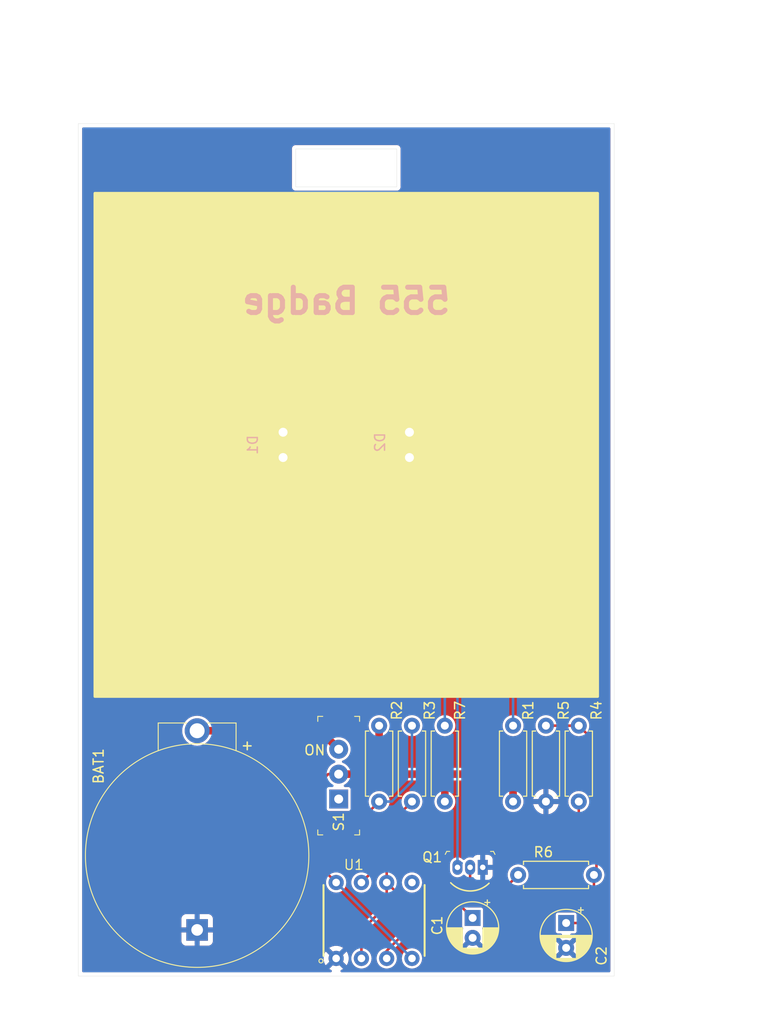
<source format=kicad_pcb>
(kicad_pcb (version 20221018) (generator pcbnew)
  (title_block (title "555 Badge") (date "2024-01-27") (rev "v01") (comment 3 "License: CC by 4.0") (comment 4 "Author: Eduardo Garza"))
  (layers (0 "F.Cu" signal) (31 "B.Cu" signal) (34 "B.Paste" user) (35 "F.Paste" user) (36 "B.SilkS" user "B.Silkscreen") (37 "F.SilkS" user "F.Silkscreen") (38 "B.Mask" user) (39 "F.Mask" user) (44 "Edge.Cuts" user))
  (net 0 "")
  (net 1 "GND")
  (net 2 "Net-(BAT1-PadPos)")
  (net 3 "Net-(U1-THRESH)")
  (net 4 "Net-(C2-Pad1)")
  (net 5 "Net-(D1-K)")
  (net 6 "Net-(D1-A)")
  (net 7 "Net-(D2-A)")
  (net 8 "Net-(Q1-B)")
  (net 9 "VCC")
  (net 10 "Net-(U1-DIS)")
  (net 11 "Net-(U1-OUT)")
  (footprint "Resistor_THT:R_Axial_DIN0207_L6.3mm_D2.5mm_P7.62mm_Horizontal" (layer "F.Cu") (at 163.83 109.474 90)
    (fp_text reference "R7" (at 9.144 1.524 90) (layer "F.SilkS"))
    (fp_text value "100")
    (fp_line (start 0.54 -1.37) (end 7.08 -1.37) (stroke (width 0.12)) (layer "F.SilkS"))
    (fp_line (start 0.54 -1.04) (end 0.54 -1.37) (stroke (width 0.12)) (layer "F.SilkS"))
    (fp_line (start 0.54 1.04) (end 0.54 1.37) (stroke (width 0.12)) (layer "F.SilkS"))
    (fp_line (start 0.54 1.37) (end 7.08 1.37) (stroke (width 0.12)) (layer "F.SilkS"))
    (fp_line (start 7.08 -1.37) (end 7.08 -1.04) (stroke (width 0.12)) (layer "F.SilkS"))
    (fp_line (start 7.08 1.37) (end 7.08 1.04) (stroke (width 0.12)) (layer "F.SilkS"))
    (pad "1" thru_hole circle (at 0 0 90) (size 1.6 1.6) (drill 0.8) (layers "*.Cu" "*.Mask") (net 9 "VCC"))
    (pad "2" thru_hole oval (at 7.62 0 90) (size 1.6 1.6) (drill 0.8) (layers "*.Cu" "*.Mask") (net 6 "Net-(D1-A)"))
  )
  (footprint "digikey-footprints:Switch_Slide_11.6x4mm_EG1218" (layer "F.Cu") (at 153.162 109.22 90)
    (fp_text reference "S1" (at -2.286 0 90) (layer "F.SilkS"))
    (fp_text value "EG1218")
    (fp_line (start -3.6 -2.1) (end -3.6 -1.6) (stroke (width 0.1)) (layer "F.SilkS"))
    (fp_line (start -3.6 -2.1) (end -3.1 -2.1) (stroke (width 0.1)) (layer "F.SilkS"))
    (fp_line (start -3.6 2.1) (end -3.6 1.6) (stroke (width 0.1)) (layer "F.SilkS"))
    (fp_line (start -3.6 2.1) (end -3.1 2.1) (stroke (width 0.1)) (layer "F.SilkS"))
    (fp_line (start 8.3 -2.1) (end 7.8 -2.1) (stroke (width 0.1)) (layer "F.SilkS"))
    (fp_line (start 8.3 -2.1) (end 8.3 -1.6) (stroke (width 0.1)) (layer "F.SilkS"))
    (fp_line (start 8.3 2.1) (end 7.8 2.1) (stroke (width 0.1)) (layer "F.SilkS"))
    (fp_line (start 8.3 2.1) (end 8.3 1.6) (stroke (width 0.1)) (layer "F.SilkS"))
    (pad "1" thru_hole rect (at 0 0 90) (size 1.9 1.9) (drill 0.9) (layers "*.Cu" "*.Mask"))
    (pad "2" thru_hole circle (at 2.5 0 90) (size 1.9 1.9) (drill 0.9) (layers "*.Cu" "*.Mask") (net 9 "VCC"))
    (pad "3" thru_hole circle (at 5 0 90) (size 1.9 1.9) (drill 0.9) (layers "*.Cu" "*.Mask") (net 2 "Net-(BAT1-PadPos)"))
  )
  (footprint "Capacitor_THT:CP_Radial_D5.0mm_P2.00mm" (layer "F.Cu") (at 166.624 121.158 -90)
    (fp_text reference "C1" (at 0.762 3.556 90) (layer "F.SilkS"))
    (fp_text value "10uF")
    (fp_line (start -1.804775 -1.475) (end -1.304775 -1.475) (stroke (width 0.12)) (layer "F.SilkS"))
    (fp_line (start -1.554775 -1.725) (end -1.554775 -1.225) (stroke (width 0.12)) (layer "F.SilkS"))
    (fp_line (start 1 -2.58) (end 1 -1.04) (stroke (width 0.12)) (layer "F.SilkS"))
    (fp_line (start 1 1.04) (end 1 2.58) (stroke (width 0.12)) (layer "F.SilkS"))
    (fp_line (start 1.04 -2.58) (end 1.04 -1.04) (stroke (width 0.12)) (layer "F.SilkS"))
    (fp_line (start 1.04 1.04) (end 1.04 2.58) (stroke (width 0.12)) (layer "F.SilkS"))
    (fp_line (start 1.08 -2.579) (end 1.08 -1.04) (stroke (width 0.12)) (layer "F.SilkS"))
    (fp_line (start 1.08 1.04) (end 1.08 2.579) (stroke (width 0.12)) (layer "F.SilkS"))
    (fp_line (start 1.12 -2.578) (end 1.12 -1.04) (stroke (width 0.12)) (layer "F.SilkS"))
    (fp_line (start 1.12 1.04) (end 1.12 2.578) (stroke (width 0.12)) (layer "F.SilkS"))
    (fp_line (start 1.16 -2.576) (end 1.16 -1.04) (stroke (width 0.12)) (layer "F.SilkS"))
    (fp_line (start 1.16 1.04) (end 1.16 2.576) (stroke (width 0.12)) (layer "F.SilkS"))
    (fp_line (start 1.2 -2.573) (end 1.2 -1.04) (stroke (width 0.12)) (layer "F.SilkS"))
    (fp_line (start 1.2 1.04) (end 1.2 2.573) (stroke (width 0.12)) (layer "F.SilkS"))
    (fp_line (start 1.24 -2.569) (end 1.24 -1.04) (stroke (width 0.12)) (layer "F.SilkS"))
    (fp_line (start 1.24 1.04) (end 1.24 2.569) (stroke (width 0.12)) (layer "F.SilkS"))
    (fp_line (start 1.28 -2.565) (end 1.28 -1.04) (stroke (width 0.12)) (layer "F.SilkS"))
    (fp_line (start 1.28 1.04) (end 1.28 2.565) (stroke (width 0.12)) (layer "F.SilkS"))
    (fp_line (start 1.32 -2.561) (end 1.32 -1.04) (stroke (width 0.12)) (layer "F.SilkS"))
    (fp_line (start 1.32 1.04) (end 1.32 2.561) (stroke (width 0.12)) (layer "F.SilkS"))
    (fp_line (start 1.36 -2.556) (end 1.36 -1.04) (stroke (width 0.12)) (layer "F.SilkS"))
    (fp_line (start 1.36 1.04) (end 1.36 2.556) (stroke (width 0.12)) (layer "F.SilkS"))
    (fp_line (start 1.4 -2.55) (end 1.4 -1.04) (stroke (width 0.12)) (layer "F.SilkS"))
    (fp_line (start 1.4 1.04) (end 1.4 2.55) (stroke (width 0.12)) (layer "F.SilkS"))
    (fp_line (start 1.44 -2.543) (end 1.44 -1.04) (stroke (width 0.12)) (layer "F.SilkS"))
    (fp_line (start 1.44 1.04) (end 1.44 2.543) (stroke (width 0.12)) (layer "F.SilkS"))
    (fp_line (start 1.48 -2.536) (end 1.48 -1.04) (stroke (width 0.12)) (layer "F.SilkS"))
    (fp_line (start 1.48 1.04) (end 1.48 2.536) (stroke (width 0.12)) (layer "F.SilkS"))
    (fp_line (start 1.52 -2.528) (end 1.52 -1.04) (stroke (width 0.12)) (layer "F.SilkS"))
    (fp_line (start 1.52 1.04) (end 1.52 2.528) (stroke (width 0.12)) (layer "F.SilkS"))
    (fp_line (start 1.56 -2.52) (end 1.56 -1.04) (stroke (width 0.12)) (layer "F.SilkS"))
    (fp_line (start 1.56 1.04) (end 1.56 2.52) (stroke (width 0.12)) (layer "F.SilkS"))
    (fp_line (start 1.6 -2.511) (end 1.6 -1.04) (stroke (width 0.12)) (layer "F.SilkS"))
    (fp_line (start 1.6 1.04) (end 1.6 2.511) (stroke (width 0.12)) (layer "F.SilkS"))
    (fp_line (start 1.64 -2.501) (end 1.64 -1.04) (stroke (width 0.12)) (layer "F.SilkS"))
    (fp_line (start 1.64 1.04) (end 1.64 2.501) (stroke (width 0.12)) (layer "F.SilkS"))
    (fp_line (start 1.68 -2.491) (end 1.68 -1.04) (stroke (width 0.12)) (layer "F.SilkS"))
    (fp_line (start 1.68 1.04) (end 1.68 2.491) (stroke (width 0.12)) (layer "F.SilkS"))
    (fp_line (start 1.721 -2.48) (end 1.721 -1.04) (stroke (width 0.12)) (layer "F.SilkS"))
    (fp_line (start 1.721 1.04) (end 1.721 2.48) (stroke (width 0.12)) (layer "F.SilkS"))
    (fp_line (start 1.761 -2.468) (end 1.761 -1.04) (stroke (width 0.12)) (layer "F.SilkS"))
    (fp_line (start 1.761 1.04) (end 1.761 2.468) (stroke (width 0.12)) (layer "F.SilkS"))
    (fp_line (start 1.801 -2.455) (end 1.801 -1.04) (stroke (width 0.12)) (layer "F.SilkS"))
    (fp_line (start 1.801 1.04) (end 1.801 2.455) (stroke (width 0.12)) (layer "F.SilkS"))
    (fp_line (start 1.841 -2.442) (end 1.841 -1.04) (stroke (width 0.12)) (layer "F.SilkS"))
    (fp_line (start 1.841 1.04) (end 1.841 2.442) (stroke (width 0.12)) (layer "F.SilkS"))
    (fp_line (start 1.881 -2.428) (end 1.881 -1.04) (stroke (width 0.12)) (layer "F.SilkS"))
    (fp_line (start 1.881 1.04) (end 1.881 2.428) (stroke (width 0.12)) (layer "F.SilkS"))
    (fp_line (start 1.921 -2.414) (end 1.921 -1.04) (stroke (width 0.12)) (layer "F.SilkS"))
    (fp_line (start 1.921 1.04) (end 1.921 2.414) (stroke (width 0.12)) (layer "F.SilkS"))
    (fp_line (start 1.961 -2.398) (end 1.961 -1.04) (stroke (width 0.12)) (layer "F.SilkS"))
    (fp_line (start 1.961 1.04) (end 1.961 2.398) (stroke (width 0.12)) (layer "F.SilkS"))
    (fp_line (start 2.001 -2.382) (end 2.001 -1.04) (stroke (width 0.12)) (layer "F.SilkS"))
    (fp_line (start 2.001 1.04) (end 2.001 2.382) (stroke (width 0.12)) (layer "F.SilkS"))
    (fp_line (start 2.041 -2.365) (end 2.041 -1.04) (stroke (width 0.12)) (layer "F.SilkS"))
    (fp_line (start 2.041 1.04) (end 2.041 2.365) (stroke (width 0.12)) (layer "F.SilkS"))
    (fp_line (start 2.081 -2.348) (end 2.081 -1.04) (stroke (width 0.12)) (layer "F.SilkS"))
    (fp_line (start 2.081 1.04) (end 2.081 2.348) (stroke (width 0.12)) (layer "F.SilkS"))
    (fp_line (start 2.121 -2.329) (end 2.121 -1.04) (stroke (width 0.12)) (layer "F.SilkS"))
    (fp_line (start 2.121 1.04) (end 2.121 2.329) (stroke (width 0.12)) (layer "F.SilkS"))
    (fp_line (start 2.161 -2.31) (end 2.161 -1.04) (stroke (width 0.12)) (layer "F.SilkS"))
    (fp_line (start 2.161 1.04) (end 2.161 2.31) (stroke (width 0.12)) (layer "F.SilkS"))
    (fp_line (start 2.201 -2.29) (end 2.201 -1.04) (stroke (width 0.12)) (layer "F.SilkS"))
    (fp_line (start 2.201 1.04) (end 2.201 2.29) (stroke (width 0.12)) (layer "F.SilkS"))
    (fp_line (start 2.241 -2.268) (end 2.241 -1.04) (stroke (width 0.12)) (layer "F.SilkS"))
    (fp_line (start 2.241 1.04) (end 2.241 2.268) (stroke (width 0.12)) (layer "F.SilkS"))
    (fp_line (start 2.281 -2.247) (end 2.281 -1.04) (stroke (width 0.12)) (layer "F.SilkS"))
    (fp_line (start 2.281 1.04) (end 2.281 2.247) (stroke (width 0.12)) (layer "F.SilkS"))
    (fp_line (start 2.321 -2.224) (end 2.321 -1.04) (stroke (width 0.12)) (layer "F.SilkS"))
    (fp_line (start 2.321 1.04) (end 2.321 2.224) (stroke (width 0.12)) (layer "F.SilkS"))
    (fp_line (start 2.361 -2.2) (end 2.361 -1.04) (stroke (width 0.12)) (layer "F.SilkS"))
    (fp_line (start 2.361 1.04) (end 2.361 2.2) (stroke (width 0.12)) (layer "F.SilkS"))
    (fp_line (start 2.401 -2.175) (end 2.401 -1.04) (stroke (width 0.12)) (layer "F.SilkS"))
    (fp_line (start 2.401 1.04) (end 2.401 2.175) (stroke (width 0.12)) (layer "F.SilkS"))
    (fp_line (start 2.441 -2.149) (end 2.441 -1.04) (stroke (width 0.12)) (layer "F.SilkS"))
    (fp_line (start 2.441 1.04) (end 2.441 2.149) (stroke (width 0.12)) (layer "F.SilkS"))
    (fp_line (start 2.481 -2.122) (end 2.481 -1.04) (stroke (width 0.12)) (layer "F.SilkS"))
    (fp_line (start 2.481 1.04) (end 2.481 2.122) (stroke (width 0.12)) (layer "F.SilkS"))
    (fp_line (start 2.521 -2.095) (end 2.521 -1.04) (stroke (width 0.12)) (layer "F.SilkS"))
    (fp_line (start 2.521 1.04) (end 2.521 2.095) (stroke (width 0.12)) (layer "F.SilkS"))
    (fp_line (start 2.561 -2.065) (end 2.561 -1.04) (stroke (width 0.12)) (layer "F.SilkS"))
    (fp_line (start 2.561 1.04) (end 2.561 2.065) (stroke (width 0.12)) (layer "F.SilkS"))
    (fp_line (start 2.601 -2.035) (end 2.601 -1.04) (stroke (width 0.12)) (layer "F.SilkS"))
    (fp_line (start 2.601 1.04) (end 2.601 2.035) (stroke (width 0.12)) (layer "F.SilkS"))
    (fp_line (start 2.641 -2.004) (end 2.641 -1.04) (stroke (width 0.12)) (layer "F.SilkS"))
    (fp_line (start 2.641 1.04) (end 2.641 2.004) (stroke (width 0.12)) (layer "F.SilkS"))
    (fp_line (start 2.681 -1.971) (end 2.681 -1.04) (stroke (width 0.12)) (layer "F.SilkS"))
    (fp_line (start 2.681 1.04) (end 2.681 1.971) (stroke (width 0.12)) (layer "F.SilkS"))
    (fp_line (start 2.721 -1.937) (end 2.721 -1.04) (stroke (width 0.12)) (layer "F.SilkS"))
    (fp_line (start 2.721 1.04) (end 2.721 1.937) (stroke (width 0.12)) (layer "F.SilkS"))
    (fp_line (start 2.761 -1.901) (end 2.761 -1.04) (stroke (width 0.12)) (layer "F.SilkS"))
    (fp_line (start 2.761 1.04) (end 2.761 1.901) (stroke (width 0.12)) (layer "F.SilkS"))
    (fp_line (start 2.801 -1.864) (end 2.801 -1.04) (stroke (width 0.12)) (layer "F.SilkS"))
    (fp_line (start 2.801 1.04) (end 2.801 1.864) (stroke (width 0.12)) (layer "F.SilkS"))
    (fp_line (start 2.841 -1.826) (end 2.841 -1.04) (stroke (width 0.12)) (layer "F.SilkS"))
    (fp_line (start 2.841 1.04) (end 2.841 1.826) (stroke (width 0.12)) (layer "F.SilkS"))
    (fp_line (start 2.881 -1.785) (end 2.881 -1.04) (stroke (width 0.12)) (layer "F.SilkS"))
    (fp_line (start 2.881 1.04) (end 2.881 1.785) (stroke (width 0.12)) (layer "F.SilkS"))
    (fp_line (start 2.921 -1.743) (end 2.921 -1.04) (stroke (width 0.12)) (layer "F.SilkS"))
    (fp_line (start 2.921 1.04) (end 2.921 1.743) (stroke (width 0.12)) (layer "F.SilkS"))
    (fp_line (start 2.961 -1.699) (end 2.961 -1.04) (stroke (width 0.12)) (layer "F.SilkS"))
    (fp_line (start 2.961 1.04) (end 2.961 1.699) (stroke (width 0.12)) (layer "F.SilkS"))
    (fp_line (start 3.001 -1.653) (end 3.001 -1.04) (stroke (width 0.12)) (layer "F.SilkS"))
    (fp_line (start 3.001 1.04) (end 3.001 1.653) (stroke (width 0.12)) (layer "F.SilkS"))
    (fp_line (start 3.041 -1.605) (end 3.041 1.605) (stroke (width 0.12)) (layer "F.SilkS"))
    (fp_line (start 3.081 -1.554) (end 3.081 1.554) (stroke (width 0.12)) (layer "F.SilkS"))
    (fp_line (start 3.121 -1.5) (end 3.121 1.5) (stroke (width 0.12)) (layer "F.SilkS"))
    (fp_line (start 3.161 -1.443) (end 3.161 1.443) (stroke (width 0.12)) (layer "F.SilkS"))
    (fp_line (start 3.201 -1.383) (end 3.201 1.383) (stroke (width 0.12)) (layer "F.SilkS"))
    (fp_line (start 3.241 -1.319) (end 3.241 1.319) (stroke (width 0.12)) (layer "F.SilkS"))
    (fp_line (start 3.281 -1.251) (end 3.281 1.251) (stroke (width 0.12)) (layer "F.SilkS"))
    (fp_line (start 3.321 -1.178) (end 3.321 1.178) (stroke (width 0.12)) (layer "F.SilkS"))
    (fp_line (start 3.361 -1.098) (end 3.361 1.098) (stroke (width 0.12)) (layer "F.SilkS"))
    (fp_line (start 3.401 -1.011) (end 3.401 1.011) (stroke (width 0.12)) (layer "F.SilkS"))
    (fp_line (start 3.441 -0.915) (end 3.441 0.915) (stroke (width 0.12)) (layer "F.SilkS"))
    (fp_line (start 3.481 -0.805) (end 3.481 0.805) (stroke (width 0.12)) (layer "F.SilkS"))
    (fp_line (start 3.521 -0.677) (end 3.521 0.677) (stroke (width 0.12)) (layer "F.SilkS"))
    (fp_line (start 3.561 -0.518) (end 3.561 0.518) (stroke (width 0.12)) (layer "F.SilkS"))
    (fp_line (start 3.601 -0.284) (end 3.601 0.284) (stroke (width 0.12)) (layer "F.SilkS"))
    (fp_circle (center 1 0) (end 3.62 0) (stroke (width 0.12)) (fill none) (layer "F.SilkS"))
    (pad "1" thru_hole rect (at 0 0 270) (size 1.6 1.6) (drill 0.8) (layers "*.Cu" "*.Mask") (net 3 "Net-(U1-THRESH)"))
    (pad "2" thru_hole circle (at 2 0 270) (size 1.6 1.6) (drill 0.8) (layers "*.Cu" "*.Mask") (net 1 "GND"))
  )
  (footprint "digikey-footprints:Battery_Holder_Coin_2032_BS-7" (layer "F.Cu") (at 138.938 122.362 90)
    (fp_text reference "BAT1" (at 16.444 -9.906 90) (layer "F.SilkS"))
    (fp_text value "BS-7")
    (fp_line (start 18.034 -3.9116) (end 20.7772 -3.9116) (stroke (width 0.1)) (layer "F.SilkS"))
    (fp_line (start 18.034 3.9116) (end 20.7772 3.9116) (stroke (width 0.1)) (layer "F.SilkS"))
    (fp_line (start 20.7772 -3.9116) (end 20.7772 -1.0668) (stroke (width 0.1)) (layer "F.SilkS"))
    (fp_line (start 20.7772 3.9116) (end 20.7772 1.0668) (stroke (width 0.1)) (layer "F.SilkS"))
    (fp_circle (center 7.4676 0) (end -3.7592 0) (stroke (width 0.1)) (fill none) (layer "F.SilkS"))
    (pad "Neg" thru_hole rect (at 0 0 90) (size 2.17 2.17) (drill 1.17) (layers "*.Cu" "*.Mask") (net 1 "GND"))
    (pad "Pos" thru_hole circle (at 20 0 90) (size 2.5 2.5) (drill 1.5) (layers "*.Cu" "*.Mask") (net 2 "Net-(BAT1-PadPos)"))
  )
  (footprint "Resistor_THT:R_Axial_DIN0207_L6.3mm_D2.5mm_P7.62mm_Horizontal" (layer "F.Cu") (at 170.688 109.474 90)
    (fp_text reference "R1" (at 9.144 1.524 90) (layer "F.SilkS"))
    (fp_text value "100")
    (fp_line (start 0.54 -1.37) (end 7.08 -1.37) (stroke (width 0.12)) (layer "F.SilkS"))
    (fp_line (start 0.54 -1.04) (end 0.54 -1.37) (stroke (width 0.12)) (layer "F.SilkS"))
    (fp_line (start 0.54 1.04) (end 0.54 1.37) (stroke (width 0.12)) (layer "F.SilkS"))
    (fp_line (start 0.54 1.37) (end 7.08 1.37) (stroke (width 0.12)) (layer "F.SilkS"))
    (fp_line (start 7.08 -1.37) (end 7.08 -1.04) (stroke (width 0.12)) (layer "F.SilkS"))
    (fp_line (start 7.08 1.37) (end 7.08 1.04) (stroke (width 0.12)) (layer "F.SilkS"))
    (pad "1" thru_hole circle (at 0 0 90) (size 1.6 1.6) (drill 0.8) (layers "*.Cu" "*.Mask") (net 9 "VCC"))
    (pad "2" thru_hole oval (at 7.62 0 90) (size 1.6 1.6) (drill 0.8) (layers "*.Cu" "*.Mask") (net 7 "Net-(D2-A)"))
  )
  (footprint "LED_THT:LED_D3.0mm" (layer "F.Cu") (at 147.574 74.93 90)
    (fp_text reference "D1" (at 1.27 -3.048 90) (layer "B.SilkS") (effects (justify mirror)))
    (fp_text value "RED")
    (fp_line (start -0.29 -1.236) (end -0.29 -1.08) (stroke (width 0.12)) (layer "F.SilkS"))
    (fp_line (start -0.29 1.08) (end -0.29 1.236) (stroke (width 0.12)) (layer "F.SilkS"))
    (fp_arc (start -0.29 -1.235516) (mid 1.366487 -1.987659) (end 2.942335 -1.078608) (stroke (width 0.12)) (layer "F.SilkS"))
    (fp_arc (start 0.229039 -1.08) (mid 1.270117 -1.5) (end 2.31113 -1.079837) (stroke (width 0.12)) (layer "F.SilkS"))
    (fp_arc (start 2.31113 1.079837) (mid 1.270117 1.5) (end 0.229039 1.08) (stroke (width 0.12)) (layer "F.SilkS"))
    (fp_arc (start 2.942335 1.078608) (mid 1.366487 1.987659) (end -0.29 1.235516) (stroke (width 0.12)) (layer "F.SilkS"))
    (pad "1" thru_hole rect (at 0 0 90) (size 1.8 1.8) (drill 0.9) (layers "*.Cu" "*.Mask") (net 5 "Net-(D1-K)"))
    (pad "2" thru_hole circle (at 2.54 0 90) (size 1.8 1.8) (drill 0.9) (layers "*.Cu" "*.Mask") (net 6 "Net-(D1-A)"))
  )
  (footprint "digikey-footprints:TO-92-3" (layer "F.Cu") (at 167.64 116.078 180)
    (fp_text reference "Q1" (at 5.08 1.016 180) (layer "F.SilkS"))
    (fp_text value "2N3904")
    (fp_line (start -1.08 1.6) (end -1.23 1.3) (stroke (width 0.1)) (layer "F.SilkS"))
    (fp_line (start -0.78 1.6) (end -1.08 1.6) (stroke (width 0.1)) (layer "F.SilkS"))
    (fp_line (start 3.62 1.6) (end 3.32 1.6) (stroke (width 0.1)) (layer "F.SilkS"))
    (fp_line (start 3.62 1.6) (end 3.77 1.3) (stroke (width 0.1)) (layer "F.SilkS"))
    (fp_arc (start -0.63 -1.6) (mid 1.305355 -2.372361) (end 3.22 -1.55) (stroke (width 0.15)) (layer "F.SilkS"))
    (pad "1" thru_hole rect (at 0 0) (size 1 1.5) (drill 0.55) (layers "*.Cu" "*.Mask") (net 1 "GND"))
    (pad "2" thru_hole oval (at 1.27 0) (size 1 1.5) (drill 0.55) (layers "*.Cu" "*.Mask") (net 8 "Net-(Q1-B)"))
    (pad "3" thru_hole oval (at 2.54 0) (size 1 1.5) (drill 0.55) (layers "*.Cu" "*.Mask") (net 5 "Net-(D1-K)"))
  )
  (footprint "Resistor_THT:R_Axial_DIN0207_L6.3mm_D2.5mm_P7.62mm_Horizontal" (layer "F.Cu") (at 157.226 101.854 -90)
    (fp_text reference "R2" (at -1.524 -1.778 90) (layer "F.SilkS"))
    (fp_text value "22k")
    (fp_line (start 0.54 -1.37) (end 7.08 -1.37) (stroke (width 0.12)) (layer "F.SilkS"))
    (fp_line (start 0.54 -1.04) (end 0.54 -1.37) (stroke (width 0.12)) (layer "F.SilkS"))
    (fp_line (start 0.54 1.04) (end 0.54 1.37) (stroke (width 0.12)) (layer "F.SilkS"))
    (fp_line (start 0.54 1.37) (end 7.08 1.37) (stroke (width 0.12)) (layer "F.SilkS"))
    (fp_line (start 7.08 -1.37) (end 7.08 -1.04) (stroke (width 0.12)) (layer "F.SilkS"))
    (fp_line (start 7.08 1.37) (end 7.08 1.04) (stroke (width 0.12)) (layer "F.SilkS"))
    (pad "1" thru_hole circle (at 0 0 270) (size 1.6 1.6) (drill 0.8) (layers "*.Cu" "*.Mask") (net 9 "VCC"))
    (pad "2" thru_hole oval (at 7.62 0 270) (size 1.6 1.6) (drill 0.8) (layers "*.Cu" "*.Mask") (net 10 "Net-(U1-DIS)"))
  )
  (footprint "LED_THT:LED_D3.0mm" (layer "F.Cu") (at 160.274 74.93 90)
    (fp_text reference "D2" (at 1.524 -2.96 90) (layer "B.SilkS") (effects (justify mirror)))
    (fp_text value "RED")
    (fp_line (start -0.29 -1.236) (end -0.29 -1.08) (stroke (width 0.12)) (layer "F.SilkS"))
    (fp_line (start -0.29 1.08) (end -0.29 1.236) (stroke (width 0.12)) (layer "F.SilkS"))
    (fp_arc (start -0.29 -1.235516) (mid 1.366487 -1.987659) (end 2.942335 -1.078608) (stroke (width 0.12)) (layer "F.SilkS"))
    (fp_arc (start 0.229039 -1.08) (mid 1.270117 -1.5) (end 2.31113 -1.079837) (stroke (width 0.12)) (layer "F.SilkS"))
    (fp_arc (start 2.31113 1.079837) (mid 1.270117 1.5) (end 0.229039 1.08) (stroke (width 0.12)) (layer "F.SilkS"))
    (fp_arc (start 2.942335 1.078608) (mid 1.366487 1.987659) (end -0.29 1.235516) (stroke (width 0.12)) (layer "F.SilkS"))
    (pad "1" thru_hole rect (at 0 0 90) (size 1.8 1.8) (drill 0.9) (layers "*.Cu" "*.Mask") (net 5 "Net-(D1-K)"))
    (pad "2" thru_hole circle (at 2.54 0 90) (size 1.8 1.8) (drill 0.9) (layers "*.Cu" "*.Mask") (net 7 "Net-(D2-A)"))
  )
  (footprint "555 Badge:ICM7555IPAZ-PDIP" (layer "F.Cu") (at 156.718 121.412)
    (fp_text reference "U1" (at -2.032 -5.588 unlocked) (layer "F.SilkS") (effects (font (thickness 0.127))))
    (fp_text value "7555")
    (fp_line (start -5.08 3.556) (end -5.08 -3.556) (stroke (width 0.2032)) (layer "F.SilkS"))
    (fp_line (start 5.08 3.556) (end 5.08 -3.556) (stroke (width 0.2032)) (layer "F.SilkS"))
    (fp_circle (center -5.334 4.064) (end -5.1308 4.064) (stroke (width 0.1016)) (fill none) (layer "F.SilkS"))
    (pad "1" thru_hole circle (at -3.81 3.81) (size 1.524 1.524) (drill 0.762) (layers "*.Cu" "*.Mask") (net 1 "GND"))
    (pad "2" thru_hole circle (at -1.27 3.81) (size 1.524 1.524) (drill 0.762) (layers "*.Cu" "*.Mask") (net 3 "Net-(U1-THRESH)"))
    (pad "3" thru_hole circle (at 1.27 3.81) (size 1.524 1.524) (drill 0.762) (layers "*.Cu" "*.Mask") (net 11 "Net-(U1-OUT)"))
    (pad "4" thru_hole circle (at 3.81 3.81) (size 1.524 1.524) (drill 0.762) (layers "*.Cu" "*.Mask") (net 9 "VCC"))
    (pad "5" thru_hole circle (at 3.81 -3.81) (size 1.524 1.524) (drill 0.762) (layers "*.Cu" "*.Mask"))
    (pad "6" thru_hole circle (at 1.27 -3.81) (size 1.524 1.524) (drill 0.762) (layers "*.Cu" "*.Mask") (net 3 "Net-(U1-THRESH)"))
    (pad "7" thru_hole circle (at -1.27 -3.81) (size 1.524 1.524) (drill 0.762) (layers "*.Cu" "*.Mask") (net 10 "Net-(U1-DIS)"))
    (pad "8" thru_hole circle (at -3.81 -3.81) (size 1.524 1.524) (drill 0.762) (layers "*.Cu" "*.Mask") (net 9 "VCC"))
  )
  (footprint "Resistor_THT:R_Axial_DIN0207_L6.3mm_D2.5mm_P7.62mm_Horizontal" (layer "F.Cu") (at 178.816 116.84 180)
    (fp_text reference "R6" (at 5.08 2.286) (layer "F.SilkS"))
    (fp_text value "10k")
    (fp_line (start 0.54 -1.37) (end 7.08 -1.37) (stroke (width 0.12)) (layer "F.SilkS"))
    (fp_line (start 0.54 -1.04) (end 0.54 -1.37) (stroke (width 0.12)) (layer "F.SilkS"))
    (fp_line (start 0.54 1.04) (end 0.54 1.37) (stroke (width 0.12)) (layer "F.SilkS"))
    (fp_line (start 0.54 1.37) (end 7.08 1.37) (stroke (width 0.12)) (layer "F.SilkS"))
    (fp_line (start 7.08 -1.37) (end 7.08 -1.04) (stroke (width 0.12)) (layer "F.SilkS"))
    (fp_line (start 7.08 1.37) (end 7.08 1.04) (stroke (width 0.12)) (layer "F.SilkS"))
    (pad "1" thru_hole circle (at 0 0 180) (size 1.6 1.6) (drill 0.8) (layers "*.Cu" "*.Mask") (net 4 "Net-(C2-Pad1)"))
    (pad "2" thru_hole oval (at 7.62 0 180) (size 1.6 1.6) (drill 0.8) (layers "*.Cu" "*.Mask") (net 8 "Net-(Q1-B)"))
  )
  (footprint "Resistor_THT:R_Axial_DIN0207_L6.3mm_D2.5mm_P7.62mm_Horizontal" (layer "F.Cu") (at 160.528 101.854 -90)
    (fp_text reference "R3" (at -1.524 -1.778 90) (layer "F.SilkS"))
    (fp_text value "330k")
    (fp_line (start 0.54 -1.37) (end 7.08 -1.37) (stroke (width 0.12)) (layer "F.SilkS"))
    (fp_line (start 0.54 -1.04) (end 0.54 -1.37) (stroke (width 0.12)) (layer "F.SilkS"))
    (fp_line (start 0.54 1.04) (end 0.54 1.37) (stroke (width 0.12)) (layer "F.SilkS"))
    (fp_line (start 0.54 1.37) (end 7.08 1.37) (stroke (width 0.12)) (layer "F.SilkS"))
    (fp_line (start 7.08 -1.37) (end 7.08 -1.04) (stroke (width 0.12)) (layer "F.SilkS"))
    (fp_line (start 7.08 1.37) (end 7.08 1.04) (stroke (width 0.12)) (layer "F.SilkS"))
    (pad "1" thru_hole circle (at 0 0 270) (size 1.6 1.6) (drill 0.8) (layers "*.Cu" "*.Mask") (net 10 "Net-(U1-DIS)"))
    (pad "2" thru_hole oval (at 7.62 0 270) (size 1.6 1.6) (drill 0.8) (layers "*.Cu" "*.Mask") (net 3 "Net-(U1-THRESH)"))
  )
  (footprint "Resistor_THT:R_Axial_DIN0207_L6.3mm_D2.5mm_P7.62mm_Horizontal" (layer "F.Cu") (at 173.99 101.854 -90)
    (fp_text reference "R5" (at -1.524 -1.778 90) (layer "F.SilkS"))
    (fp_text value "100k")
    (fp_line (start 0.54 -1.37) (end 7.08 -1.37) (stroke (width 0.12)) (layer "F.SilkS"))
    (fp_line (start 0.54 -1.04) (end 0.54 -1.37) (stroke (width 0.12)) (layer "F.SilkS"))
    (fp_line (start 0.54 1.04) (end 0.54 1.37) (stroke (width 0.12)) (layer "F.SilkS"))
    (fp_line (start 0.54 1.37) (end 7.08 1.37) (stroke (width 0.12)) (layer "F.SilkS"))
    (fp_line (start 7.08 -1.37) (end 7.08 -1.04) (stroke (width 0.12)) (layer "F.SilkS"))
    (fp_line (start 7.08 1.37) (end 7.08 1.04) (stroke (width 0.12)) (layer "F.SilkS"))
    (pad "1" thru_hole circle (at 0 0 270) (size 1.6 1.6) (drill 0.8) (layers "*.Cu" "*.Mask") (net 4 "Net-(C2-Pad1)"))
    (pad "2" thru_hole oval (at 7.62 0 270) (size 1.6 1.6) (drill 0.8) (layers "*.Cu" "*.Mask") (net 1 "GND"))
  )
  (footprint "Capacitor_THT:CP_Radial_D5.0mm_P2.50mm" (layer "F.Cu") (at 176.022 121.666 -90)
    (fp_text reference "C2" (at 3.302 -3.556 90) (layer "F.SilkS"))
    (fp_text value "100uF")
    (fp_line (start -1.554775 -1.475) (end -1.054775 -1.475) (stroke (width 0.12)) (layer "F.SilkS"))
    (fp_line (start -1.304775 -1.725) (end -1.304775 -1.225) (stroke (width 0.12)) (layer "F.SilkS"))
    (fp_line (start 1.25 -2.58) (end 1.25 2.58) (stroke (width 0.12)) (layer "F.SilkS"))
    (fp_line (start 1.29 -2.58) (end 1.29 2.58) (stroke (width 0.12)) (layer "F.SilkS"))
    (fp_line (start 1.33 -2.579) (end 1.33 2.579) (stroke (width 0.12)) (layer "F.SilkS"))
    (fp_line (start 1.37 -2.578) (end 1.37 2.578) (stroke (width 0.12)) (layer "F.SilkS"))
    (fp_line (start 1.41 -2.576) (end 1.41 2.576) (stroke (width 0.12)) (layer "F.SilkS"))
    (fp_line (start 1.45 -2.573) (end 1.45 2.573) (stroke (width 0.12)) (layer "F.SilkS"))
    (fp_line (start 1.49 -2.569) (end 1.49 -1.04) (stroke (width 0.12)) (layer "F.SilkS"))
    (fp_line (start 1.49 1.04) (end 1.49 2.569) (stroke (width 0.12)) (layer "F.SilkS"))
    (fp_line (start 1.53 -2.565) (end 1.53 -1.04) (stroke (width 0.12)) (layer "F.SilkS"))
    (fp_line (start 1.53 1.04) (end 1.53 2.565) (stroke (width 0.12)) (layer "F.SilkS"))
    (fp_line (start 1.57 -2.561) (end 1.57 -1.04) (stroke (width 0.12)) (layer "F.SilkS"))
    (fp_line (start 1.57 1.04) (end 1.57 2.561) (stroke (width 0.12)) (layer "F.SilkS"))
    (fp_line (start 1.61 -2.556) (end 1.61 -1.04) (stroke (width 0.12)) (layer "F.SilkS"))
    (fp_line (start 1.61 1.04) (end 1.61 2.556) (stroke (width 0.12)) (layer "F.SilkS"))
    (fp_line (start 1.65 -2.55) (end 1.65 -1.04) (stroke (width 0.12)) (layer "F.SilkS"))
    (fp_line (start 1.65 1.04) (end 1.65 2.55) (stroke (width 0.12)) (layer "F.SilkS"))
    (fp_line (start 1.69 -2.543) (end 1.69 -1.04) (stroke (width 0.12)) (layer "F.SilkS"))
    (fp_line (start 1.69 1.04) (end 1.69 2.543) (stroke (width 0.12)) (layer "F.SilkS"))
    (fp_line (start 1.73 -2.536) (end 1.73 -1.04) (stroke (width 0.12)) (layer "F.SilkS"))
    (fp_line (start 1.73 1.04) (end 1.73 2.536) (stroke (width 0.12)) (layer "F.SilkS"))
    (fp_line (start 1.77 -2.528) (end 1.77 -1.04) (stroke (width 0.12)) (layer "F.SilkS"))
    (fp_line (start 1.77 1.04) (end 1.77 2.528) (stroke (width 0.12)) (layer "F.SilkS"))
    (fp_line (start 1.81 -2.52) (end 1.81 -1.04) (stroke (width 0.12)) (layer "F.SilkS"))
    (fp_line (start 1.81 1.04) (end 1.81 2.52) (stroke (width 0.12)) (layer "F.SilkS"))
    (fp_line (start 1.85 -2.511) (end 1.85 -1.04) (stroke (width 0.12)) (layer "F.SilkS"))
    (fp_line (start 1.85 1.04) (end 1.85 2.511) (stroke (width 0.12)) (layer "F.SilkS"))
    (fp_line (start 1.89 -2.501) (end 1.89 -1.04) (stroke (width 0.12)) (layer "F.SilkS"))
    (fp_line (start 1.89 1.04) (end 1.89 2.501) (stroke (width 0.12)) (layer "F.SilkS"))
    (fp_line (start 1.93 -2.491) (end 1.93 -1.04) (stroke (width 0.12)) (layer "F.SilkS"))
    (fp_line (start 1.93 1.04) (end 1.93 2.491) (stroke (width 0.12)) (layer "F.SilkS"))
    (fp_line (start 1.971 -2.48) (end 1.971 -1.04) (stroke (width 0.12)) (layer "F.SilkS"))
    (fp_line (start 1.971 1.04) (end 1.971 2.48) (stroke (width 0.12)) (layer "F.SilkS"))
    (fp_line (start 2.011 -2.468) (end 2.011 -1.04) (stroke (width 0.12)) (layer "F.SilkS"))
    (fp_line (start 2.011 1.04) (end 2.011 2.468) (stroke (width 0.12)) (layer "F.SilkS"))
    (fp_line (start 2.051 -2.455) (end 2.051 -1.04) (stroke (width 0.12)) (layer "F.SilkS"))
    (fp_line (start 2.051 1.04) (end 2.051 2.455) (stroke (width 0.12)) (layer "F.SilkS"))
    (fp_line (start 2.091 -2.442) (end 2.091 -1.04) (stroke (width 0.12)) (layer "F.SilkS"))
    (fp_line (start 2.091 1.04) (end 2.091 2.442) (stroke (width 0.12)) (layer "F.SilkS"))
    (fp_line (start 2.131 -2.428) (end 2.131 -1.04) (stroke (width 0.12)) (layer "F.SilkS"))
    (fp_line (start 2.131 1.04) (end 2.131 2.428) (stroke (width 0.12)) (layer "F.SilkS"))
    (fp_line (start 2.171 -2.414) (end 2.171 -1.04) (stroke (width 0.12)) (layer "F.SilkS"))
    (fp_line (start 2.171 1.04) (end 2.171 2.414) (stroke (width 0.12)) (layer "F.SilkS"))
    (fp_line (start 2.211 -2.398) (end 2.211 -1.04) (stroke (width 0.12)) (layer "F.SilkS"))
    (fp_line (start 2.211 1.04) (end 2.211 2.398) (stroke (width 0.12)) (layer "F.SilkS"))
    (fp_line (start 2.251 -2.382) (end 2.251 -1.04) (stroke (width 0.12)) (layer "F.SilkS"))
    (fp_line (start 2.251 1.04) (end 2.251 2.382) (stroke (width 0.12)) (layer "F.SilkS"))
    (fp_line (start 2.291 -2.365) (end 2.291 -1.04) (stroke (width 0.12)) (layer "F.SilkS"))
    (fp_line (start 2.291 1.04) (end 2.291 2.365) (stroke (width 0.12)) (layer "F.SilkS"))
    (fp_line (start 2.331 -2.348) (end 2.331 -1.04) (stroke (width 0.12)) (layer "F.SilkS"))
    (fp_line (start 2.331 1.04) (end 2.331 2.348) (stroke (width 0.12)) (layer "F.SilkS"))
    (fp_line (start 2.371 -2.329) (end 2.371 -1.04) (stroke (width 0.12)) (layer "F.SilkS"))
    (fp_line (start 2.371 1.04) (end 2.371 2.329) (stroke (width 0.12)) (layer "F.SilkS"))
    (fp_line (start 2.411 -2.31) (end 2.411 -1.04) (stroke (width 0.12)) (layer "F.SilkS"))
    (fp_line (start 2.411 1.04) (end 2.411 2.31) (stroke (width 0.12)) (layer "F.SilkS"))
    (fp_line (start 2.451 -2.29) (end 2.451 -1.04) (stroke (width 0.12)) (layer "F.SilkS"))
    (fp_line (start 2.451 1.04) (end 2.451 2.29) (stroke (width 0.12)) (layer "F.SilkS"))
    (fp_line (start 2.491 -2.268) (end 2.491 -1.04) (stroke (width 0.12)) (layer "F.SilkS"))
    (fp_line (start 2.491 1.04) (end 2.491 2.268) (stroke (width 0.12)) (layer "F.SilkS"))
    (fp_line (start 2.531 -2.247) (end 2.531 -1.04) (stroke (width 0.12)) (layer "F.SilkS"))
    (fp_line (start 2.531 1.04) (end 2.531 2.247) (stroke (width 0.12)) (layer "F.SilkS"))
    (fp_line (start 2.571 -2.224) (end 2.571 -1.04) (stroke (width 0.12)) (layer "F.SilkS"))
    (fp_line (start 2.571 1.04) (end 2.571 2.224) (stroke (width 0.12)) (layer "F.SilkS"))
    (fp_line (start 2.611 -2.2) (end 2.611 -1.04) (stroke (width 0.12)) (layer "F.SilkS"))
    (fp_line (start 2.611 1.04) (end 2.611 2.2) (stroke (width 0.12)) (layer "F.SilkS"))
    (fp_line (start 2.651 -2.175) (end 2.651 -1.04) (stroke (width 0.12)) (layer "F.SilkS"))
    (fp_line (start 2.651 1.04) (end 2.651 2.175) (stroke (width 0.12)) (layer "F.SilkS"))
    (fp_line (start 2.691 -2.149) (end 2.691 -1.04) (stroke (width 0.12)) (layer "F.SilkS"))
    (fp_line (start 2.691 1.04) (end 2.691 2.149) (stroke (width 0.12)) (layer "F.SilkS"))
    (fp_line (start 2.731 -2.122) (end 2.731 -1.04) (stroke (width 0.12)) (layer "F.SilkS"))
    (fp_line (start 2.731 1.04) (end 2.731 2.122) (stroke (width 0.12)) (layer "F.SilkS"))
    (fp_line (start 2.771 -2.095) (end 2.771 -1.04) (stroke (width 0.12)) (layer "F.SilkS"))
    (fp_line (start 2.771 1.04) (end 2.771 2.095) (stroke (width 0.12)) (layer "F.SilkS"))
    (fp_line (start 2.811 -2.065) (end 2.811 -1.04) (stroke (width 0.12)) (layer "F.SilkS"))
    (fp_line (start 2.811 1.04) (end 2.811 2.065) (stroke (width 0.12)) (layer "F.SilkS"))
    (fp_line (start 2.851 -2.035) (end 2.851 -1.04) (stroke (width 0.12)) (layer "F.SilkS"))
    (fp_line (start 2.851 1.04) (end 2.851 2.035) (stroke (width 0.12)) (layer "F.SilkS"))
    (fp_line (start 2.891 -2.004) (end 2.891 -1.04) (stroke (width 0.12)) (layer "F.SilkS"))
    (fp_line (start 2.891 1.04) (end 2.891 2.004) (stroke (width 0.12)) (layer "F.SilkS"))
    (fp_line (start 2.931 -1.971) (end 2.931 -1.04) (stroke (width 0.12)) (layer "F.SilkS"))
    (fp_line (start 2.931 1.04) (end 2.931 1.971) (stroke (width 0.12)) (layer "F.SilkS"))
    (fp_line (start 2.971 -1.937) (end 2.971 -1.04) (stroke (width 0.12)) (layer "F.SilkS"))
    (fp_line (start 2.971 1.04) (end 2.971 1.937) (stroke (width 0.12)) (layer "F.SilkS"))
    (fp_line (start 3.011 -1.901) (end 3.011 -1.04) (stroke (width 0.12)) (layer "F.SilkS"))
    (fp_line (start 3.011 1.04) (end 3.011 1.901) (stroke (width 0.12)) (layer "F.SilkS"))
    (fp_line (start 3.051 -1.864) (end 3.051 -1.04) (stroke (width 0.12)) (layer "F.SilkS"))
    (fp_line (start 3.051 1.04) (end 3.051 1.864) (stroke (width 0.12)) (layer "F.SilkS"))
    (fp_line (start 3.091 -1.826) (end 3.091 -1.04) (stroke (width 0.12)) (layer "F.SilkS"))
    (fp_line (start 3.091 1.04) (end 3.091 1.826) (stroke (width 0.12)) (layer "F.SilkS"))
    (fp_line (start 3.131 -1.785) (end 3.131 -1.04) (stroke (width 0.12)) (layer "F.SilkS"))
    (fp_line (start 3.131 1.04) (end 3.131 1.785) (stroke (width 0.12)) (layer "F.SilkS"))
    (fp_line (start 3.171 -1.743) (end 3.171 -1.04) (stroke (width 0.12)) (layer "F.SilkS"))
    (fp_line (start 3.171 1.04) (end 3.171 1.743) (stroke (width 0.12)) (layer "F.SilkS"))
    (fp_line (start 3.211 -1.699) (end 3.211 -1.04) (stroke (width 0.12)) (layer "F.SilkS"))
    (fp_line (start 3.211 1.04) (end 3.211 1.699) (stroke (width 0.12)) (layer "F.SilkS"))
    (fp_line (start 3.251 -1.653) (end 3.251 -1.04) (stroke (width 0.12)) (layer "F.SilkS"))
    (fp_line (start 3.251 1.04) (end 3.251 1.653) (stroke (width 0.12)) (layer "F.SilkS"))
    (fp_line (start 3.291 -1.605) (end 3.291 -1.04) (stroke (width 0.12)) (layer "F.SilkS"))
    (fp_line (start 3.291 1.04) (end 3.291 1.605) (stroke (width 0.12)) (layer "F.SilkS"))
    (fp_line (start 3.331 -1.554) (end 3.331 -1.04) (stroke (width 0.12)) (layer "F.SilkS"))
    (fp_line (start 3.331 1.04) (end 3.331 1.554) (stroke (width 0.12)) (layer "F.SilkS"))
    (fp_line (start 3.371 -1.5) (end 3.371 -1.04) (stroke (width 0.12)) (layer "F.SilkS"))
    (fp_line (start 3.371 1.04) (end 3.371 1.5) (stroke (width 0.12)) (layer "F.SilkS"))
    (fp_line (start 3.411 -1.443) (end 3.411 -1.04) (stroke (width 0.12)) (layer "F.SilkS"))
    (fp_line (start 3.411 1.04) (end 3.411 1.443) (stroke (width 0.12)) (layer "F.SilkS"))
    (fp_line (start 3.451 -1.383) (end 3.451 -1.04) (stroke (width 0.12)) (layer "F.SilkS"))
    (fp_line (start 3.451 1.04) (end 3.451 1.383) (stroke (width 0.12)) (layer "F.SilkS"))
    (fp_line (start 3.491 -1.319) (end 3.491 -1.04) (stroke (width 0.12)) (layer "F.SilkS"))
    (fp_line (start 3.491 1.04) (end 3.491 1.319) (stroke (width 0.12)) (layer "F.SilkS"))
    (fp_line (start 3.531 -1.251) (end 3.531 -1.04) (stroke (width 0.12)) (layer "F.SilkS"))
    (fp_line (start 3.531 1.04) (end 3.531 1.251) (stroke (width 0.12)) (layer "F.SilkS"))
    (fp_line (start 3.571 -1.178) (end 3.571 1.178) (stroke (width 0.12)) (layer "F.SilkS"))
    (fp_line (start 3.611 -1.098) (end 3.611 1.098) (stroke (width 0.12)) (layer "F.SilkS"))
    (fp_line (start 3.651 -1.011) (end 3.651 1.011) (stroke (width 0.12)) (layer "F.SilkS"))
    (fp_line (start 3.691 -0.915) (end 3.691 0.915) (stroke (width 0.12)) (layer "F.SilkS"))
    (fp_line (start 3.731 -0.805) (end 3.731 0.805) (stroke (width 0.12)) (layer "F.SilkS"))
    (fp_line (start 3.771 -0.677) (end 3.771 0.677) (stroke (width 0.12)) (layer "F.SilkS"))
    (fp_line (start 3.811 -0.518) (end 3.811 0.518) (stroke (width 0.12)) (layer "F.SilkS"))
    (fp_line (start 3.851 -0.284) (end 3.851 0.284) (stroke (width 0.12)) (layer "F.SilkS"))
    (fp_circle (center 1.25 0) (end 3.87 0) (stroke (width 0.12)) (fill none) (layer "F.SilkS"))
    (pad "1" thru_hole rect (at 0 0 270) (size 1.6 1.6) (drill 0.8) (layers "*.Cu" "*.Mask") (net 4 "Net-(C2-Pad1)"))
    (pad "2" thru_hole circle (at 2.5 0 270) (size 1.6 1.6) (drill 0.8) (layers "*.Cu" "*.Mask") (net 1 "GND"))
  )
  (footprint "Resistor_THT:R_Axial_DIN0207_L6.3mm_D2.5mm_P7.62mm_Horizontal" (layer "F.Cu") (at 177.292 101.854 -90)
    (fp_text reference "R4" (at -1.524 -1.778 90) (layer "F.SilkS"))
    (fp_text value "22k")
    (fp_line (start 0.54 -1.37) (end 7.08 -1.37) (stroke (width 0.12)) (layer "F.SilkS"))
    (fp_line (start 0.54 -1.04) (end 0.54 -1.37) (stroke (width 0.12)) (layer "F.SilkS"))
    (fp_line (start 0.54 1.04) (end 0.54 1.37) (stroke (width 0.12)) (layer "F.SilkS"))
    (fp_line (start 0.54 1.37) (end 7.08 1.37) (stroke (width 0.12)) (layer "F.SilkS"))
    (fp_line (start 7.08 -1.37) (end 7.08 -1.04) (stroke (width 0.12)) (layer "F.SilkS"))
    (fp_line (start 7.08 1.37) (end 7.08 1.04) (stroke (width 0.12)) (layer "F.SilkS"))
    (pad "1" thru_hole circle (at 0 0 270) (size 1.6 1.6) (drill 0.8) (layers "*.Cu" "*.Mask") (net 4 "Net-(C2-Pad1)"))
    (pad "2" thru_hole oval (at 7.62 0 270) (size 1.6 1.6) (drill 0.8) (layers "*.Cu" "*.Mask") (net 11 "Net-(U1-OUT)"))
  )
  (gr_line (start 159.004 43.942) (end 159.004 47.752) (stroke (width 0.0254)) (layer "Edge.Cuts"))
  (gr_line (start 180.848 127) (end 180.848 41.402) (stroke (width 0.0254)) (layer "Edge.Cuts"))
  (gr_line (start 127 127) (end 127 41.402) (stroke (width 0.0254)) (layer "Edge.Cuts"))
  (gr_line (start 180.848 41.402) (end 127 41.402) (stroke (width 0.0254)) (layer "Edge.Cuts"))
  (gr_line (start 148.844 43.942) (end 148.844 47.752) (stroke (width 0.0254)) (layer "Edge.Cuts"))
  (gr_line (start 148.844 47.752) (end 159.004 47.752) (stroke (width 0.0254)) (layer "Edge.Cuts"))
  (gr_line (start 180.848 127) (end 127 127) (stroke (width 0.0254)) (layer "Edge.Cuts"))
  (gr_line (start 148.844 43.942) (end 159.004 43.942) (stroke (width 0.0254)) (layer "Edge.Cuts"))
  (gr_text "555 Badge" (at 153.924 60.706) (layer "B.SilkS") (effects (font (size 2.54 2.54) (thickness 0.508) bold) (justify bottom mirror)))
  (gr_text "+" (at 143.256 104.394) (layer "F.SilkS") (effects (font (size 1 1)) (justify left bottom)))
  (gr_text "ON" (at 149.606 104.902) (layer "F.SilkS") (effects (font (size 1 1)) (justify left bottom)))
  (segment (start 139.004 102.362) (end 138.938 102.428) (width 0.254) (layer "F.Cu") (net 2))
  (segment (start 151.304 102.362) (end 153.162 104.22) (width 0.762) (layer "F.Cu") (net 2))
  (segment (start 138.938 102.362) (end 151.304 102.362) (width 0.762) (layer "F.Cu") (net 2))
  (segment (start 166.624 121.158) (end 165.608 120.142) (width 0.254) (layer "F.Cu") (net 3))
  (segment (start 157.988 117.602) (end 157.988 112.014) (width 0.254) (layer "F.Cu") (net 3))
  (segment (start 157.988 119.888) (end 157.988 117.602) (width 0.254) (layer "F.Cu") (net 3))
  (segment (start 160.528 120.142) (end 157.988 117.602) (width 0.254) (layer "F.Cu") (net 3))
  (segment (start 165.608 120.142) (end 160.528 120.142) (width 0.254) (layer "F.Cu") (net 3))
  (segment (start 157.988 112.014) (end 160.528 109.474) (width 0.254) (layer "F.Cu") (net 3))
  (segment (start 155.448 125.222) (end 155.448 122.428) (width 0.254) (layer "F.Cu") (net 3))
  (segment (start 155.448 122.428) (end 157.988 119.888) (width 0.254) (layer "F.Cu") (net 3))
  (segment (start 173.99 101.854) (end 177.292 101.854) (width 0.254) (layer "F.Cu") (net 4))
  (segment (start 177.292 101.854) (end 179.07 103.632) (width 0.254) (layer "F.Cu") (net 4))
  (segment (start 178.816 120.396) (end 178.816 116.84) (width 0.254) (layer "F.Cu") (net 4))
  (segment (start 179.07 116.586) (end 178.816 116.84) (width 0.254) (layer "F.Cu") (net 4))
  (segment (start 177.546 121.666) (end 178.816 120.396) (width 0.254) (layer "F.Cu") (net 4))
  (segment (start 179.07 103.632) (end 179.07 116.586) (width 0.254) (layer "F.Cu") (net 4))
  (segment (start 177.546 121.666) (end 176.022 121.666) (width 0.254) (layer "F.Cu") (net 4))
  (segment (start 165.1 116.078) (end 165.518 115.66) (width 0.254) (layer "B.Cu") (net 5))
  (segment (start 165.1 116.078) (end 165.1 79.756) (width 0.254) (layer "B.Cu") (net 5))
  (segment (start 165.1 79.756) (end 160.274 74.93) (width 0.254) (layer "B.Cu") (net 5))
  (segment (start 147.574 74.93) (end 160.274 74.93) (width 0.254) (layer "B.Cu") (net 5))
  (segment (start 163.83 94.488) (end 163.83 101.854) (width 0.254) (layer "B.Cu") (net 6))
  (segment (start 145.542 91.186) (end 160.528 91.186) (width 0.254) (layer "B.Cu") (net 6))
  (segment (start 147.574 72.39) (end 144.526 72.39) (width 0.254) (layer "B.Cu") (net 6))
  (segment (start 144.526 72.39) (end 143.002 73.914) (width 0.254) (layer "B.Cu") (net 6))
  (segment (start 143.002 73.914) (end 143.002 88.646) (width 0.254) (layer "B.Cu") (net 6))
  (segment (start 143.002 88.646) (end 145.542 91.186) (width 0.254) (layer "B.Cu") (net 6))
  (segment (start 160.528 91.186) (end 163.83 94.488) (width 0.254) (layer "B.Cu") (net 6))
  (segment (start 170.688 101.854) (end 170.688 82.804) (width 0.254) (layer "B.Cu") (net 7))
  (segment (start 170.688 82.804) (end 160.274 72.39) (width 0.254) (layer "B.Cu") (net 7))
  (segment (start 170.18 117.856) (end 171.196 116.84) (width 0.254) (layer "F.Cu") (net 8))
  (segment (start 167.132 117.856) (end 170.18 117.856) (width 0.254) (layer "F.Cu") (net 8))
  (segment (start 166.37 117.094) (end 167.132 117.856) (width 0.254) (layer "F.Cu") (net 8))
  (segment (start 166.37 117.094) (end 166.37 116.078) (width 0.254) (layer "F.Cu") (net 8))
  (segment (start 163.83 109.474) (end 163.83 106.72) (width 0.762) (layer "F.Cu") (net 9))
  (segment (start 163.83 106.72) (end 169.458 106.72) (width 0.762) (layer "F.Cu") (net 9))
  (segment (start 152.106 106.72) (end 155.194 106.72) (width 0.254) (layer "F.Cu") (net 9))
  (segment (start 157.226 106.72) (end 163.83 106.72) (width 0.762) (layer "F.Cu") (net 9))
  (segment (start 151.384 107.442) (end 152.106 106.72) (width 0.254) (layer "F.Cu") (net 9))
  (segment (start 153.162 106.72) (end 155.194 106.72) (width 0.762) (layer "F.Cu") (net 9))
  (segment (start 169.458 106.72) (end 170.688 107.95) (width 0.762) (layer "F.Cu") (net 9))
  (segment (start 151.384 116.078) (end 151.384 107.442) (width 0.254) (layer "F.Cu") (net 9))
  (segment (start 157.226 101.854) (end 157.226 106.72) (width 0.762) (layer "F.Cu") (net 9))
  (segment (start 155.194 106.72) (end 155.916 106.72) (width 0.762) (layer "F.Cu") (net 9))
  (segment (start 156.464 106.72) (end 157.226 106.72) (width 0.762) (layer "F.Cu") (net 9))
  (segment (start 156.464 106.72) (end 155.916 106.72) (width 0.762) (layer "F.Cu") (net 9))
  (segment (start 152.908 117.602) (end 151.384 116.078) (width 0.254) (layer "F.Cu") (net 9))
  (segment (start 170.688 107.95) (end 170.688 109.474) (width 0.762) (layer "F.Cu") (net 9))
  (segment (start 152.908 117.602) (end 160.528 125.222) (width 0.254) (layer "B.Cu") (net 9))
  (segment (start 156.464 110.236) (end 156.464 116.586) (width 0.254) (layer "F.Cu") (net 10))
  (segment (start 156.464 116.586) (end 155.448 117.602) (width 0.254) (layer "F.Cu") (net 10))
  (segment (start 157.226 109.474) (end 156.464 110.236) (width 0.254) (layer "F.Cu") (net 10))
  (segment (start 160.528 107.442) (end 158.496 109.474) (width 0.254) (layer "B.Cu") (net 10))
  (segment (start 160.528 101.854) (end 160.528 107.442) (width 0.254) (layer "B.Cu") (net 10))
  (segment (start 158.496 109.474) (end 157.226 109.474) (width 0.254) (layer "B.Cu") (net 10))
  (segment (start 159.766 122.682) (end 162.306 122.682) (width 0.254) (layer "F.Cu") (net 11))
  (segment (start 157.988 125.222) (end 157.988 124.46) (width 0.254) (layer "F.Cu") (net 11))
  (segment (start 165.354 125.73) (end 169.418 125.73) (width 0.254) (layer "F.Cu") (net 11))
  (segment (start 177.292 114.808) (end 177.292 109.474) (width 0.254) (layer "F.Cu") (net 11))
  (segment (start 169.418 125.73) (end 171.704 123.444) (width 0.254) (layer "F.Cu") (net 11))
  (segment (start 157.988 124.46) (end 159.766 122.682) (width 0.254) (layer "F.Cu") (net 11))
  (segment (start 171.704 123.444) (end 171.704 120.396) (width 0.254) (layer "F.Cu") (net 11))
  (segment (start 171.704 120.396) (end 177.292 114.808) (width 0.254) (layer "F.Cu") (net 11))
  (segment (start 162.306 122.682) (end 165.354 125.73) (width 0.254) (layer "F.Cu") (net 11))
  (zone (net 1) (net_name "GND") (layer "F.Cu") (connect_pads (clearance 0.254)) (min_thickness 0.254) (fill yes (thermal_gap 0.5) (thermal_bridge_width 0.5))
    (polygon (pts (xy 121.666 131.826) (xy 187.96 131.826) (xy 187.96 37.084) (xy 122.174 37.084) (xy 121.666 37.592)))
  )
  (zone (net 1) (net_name "GND") (layer "B.Cu") (priority 1) (connect_pads (clearance 0.254)) (min_thickness 0.254) (fill yes (thermal_gap 0.5) (thermal_bridge_width 0.5))
    (polygon (pts (xy 119.126 130.048) (xy 185.928 130.048) (xy 185.928 36.83) (xy 184.912 35.814) (xy 124.714 35.814) (xy 119.126 41.402)))
  )
  (zone (net 0) (net_name "") (layer "F.SilkS") (connect_pads (clearance 0.5)) (min_thickness 0.254) (fill yes (thermal_gap 0.5) (thermal_bridge_width 0.5))
    (polygon (pts (xy 128.524 48.26) (xy 179.324 48.26) (xy 179.324 99.06) (xy 128.524 99.06)))
  )
)
</source>
